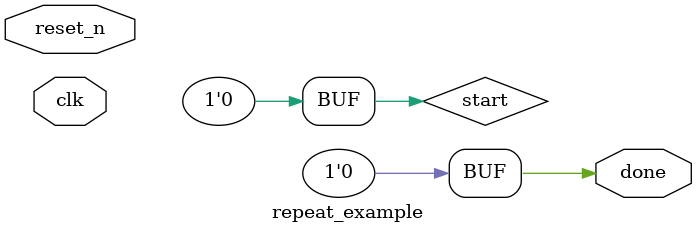
<source format=sv>
module repeat_example (
    input logic clk,
    input logic reset_n,
    output logic done
);

  // Signal declaration
  logic [3:0] count;
  logic start;

  // Initial block with repeat statement
  initial begin
    done = 0;
    start = 0;
  end


endmodule

</source>
